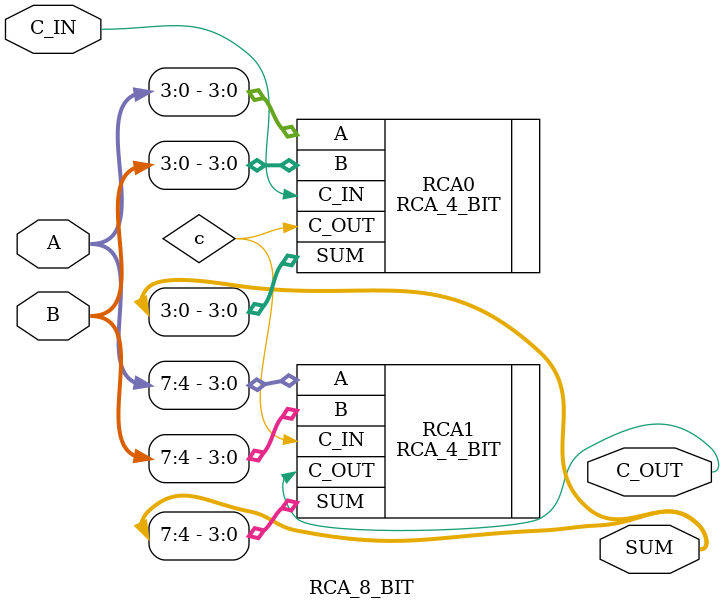
<source format=v>


module RCA_8_BIT(input [7:0] A,B,
                 input C_IN,
                 output [7:0] SUM,
                 output C_OUT); 
    
    wire c; //create wire for first RCA c_out

    RCA_4_BIT RCA0( .A(A[3:0]), .B(B[3:0]), .C_IN(C_IN), .SUM(SUM[3:0]), .C_OUT(c));
    RCA_4_BIT RCA1( .A(A[7:4]), .B(B[7:4]), .C_IN(c), .SUM(SUM[7:4]), .C_OUT(C_OUT));

endmodule
</source>
